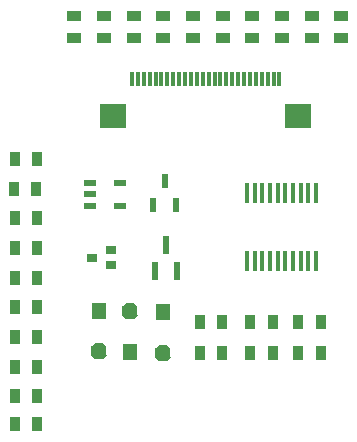
<source format=gtp>
G04*
G04 #@! TF.GenerationSoftware,Altium Limited,Altium Designer,20.0.9 (164)*
G04*
G04 Layer_Color=8421504*
%FSLAX25Y25*%
%MOIN*%
G70*
G01*
G75*
%ADD17R,0.08661X0.07874*%
%ADD18R,0.01181X0.04724*%
%ADD19R,0.03543X0.03150*%
%ADD20R,0.02362X0.05118*%
%ADD21R,0.02362X0.06299*%
%ADD22R,0.03937X0.02362*%
%ADD23R,0.03500X0.05000*%
%ADD24O,0.01433X0.06858*%
G04:AMPARAMS|DCode=25|XSize=55mil|YSize=50mil|CornerRadius=0mil|HoleSize=0mil|Usage=FLASHONLY|Rotation=270.000|XOffset=0mil|YOffset=0mil|HoleType=Round|Shape=Octagon|*
%AMOCTAGOND25*
4,1,8,-0.01250,-0.02750,0.01250,-0.02750,0.02500,-0.01500,0.02500,0.01500,0.01250,0.02750,-0.01250,0.02750,-0.02500,0.01500,-0.02500,-0.01500,-0.01250,-0.02750,0.0*
%
%ADD25OCTAGOND25*%

%ADD26R,0.05000X0.05500*%
%ADD27R,0.05000X0.03500*%
D17*
X364102Y454599D02*
D03*
X302291D02*
D03*
D18*
X357803Y467006D02*
D03*
X355834D02*
D03*
X353866D02*
D03*
X351897D02*
D03*
X349929D02*
D03*
X347960D02*
D03*
X346000Y467000D02*
D03*
X344039Y466994D02*
D03*
X342063Y467000D02*
D03*
X340094D02*
D03*
X338126D02*
D03*
X336157D02*
D03*
X334189D02*
D03*
X332220D02*
D03*
X330252D02*
D03*
X328283D02*
D03*
X326315D02*
D03*
X324346D02*
D03*
X322378D02*
D03*
X320409D02*
D03*
X318441D02*
D03*
X316472D02*
D03*
X314504D02*
D03*
X312535D02*
D03*
X310567D02*
D03*
X308590D02*
D03*
D19*
X301500Y404882D02*
D03*
Y410000D02*
D03*
X295201Y407441D02*
D03*
D20*
X319500Y433134D02*
D03*
X323240Y424866D02*
D03*
X315760D02*
D03*
D21*
X316260Y402839D02*
D03*
X323740D02*
D03*
X320000Y411500D02*
D03*
D22*
X304736Y432239D02*
D03*
X304736Y424759D02*
D03*
X294500Y424760D02*
D03*
X294500Y428500D02*
D03*
X294500Y432240D02*
D03*
D23*
X338740Y386000D02*
D03*
X331260D02*
D03*
X338740Y375500D02*
D03*
X331260D02*
D03*
X269519Y440250D02*
D03*
X276999D02*
D03*
X277000Y420500D02*
D03*
X269520D02*
D03*
X269519Y410625D02*
D03*
X276999D02*
D03*
X269519Y400750D02*
D03*
X276999D02*
D03*
X269519Y390875D02*
D03*
X276999D02*
D03*
X277000Y381000D02*
D03*
X269520D02*
D03*
X269519Y371125D02*
D03*
X276999D02*
D03*
X277000Y361250D02*
D03*
X269520D02*
D03*
X277000Y352000D02*
D03*
X269520D02*
D03*
X355500Y375500D02*
D03*
X348020D02*
D03*
X355500Y386000D02*
D03*
X348020D02*
D03*
X371480D02*
D03*
X364000D02*
D03*
X276707Y430175D02*
D03*
X269227D02*
D03*
X364000Y375500D02*
D03*
X371480D02*
D03*
D24*
X346941Y406394D02*
D03*
X349500D02*
D03*
X352059D02*
D03*
X354618D02*
D03*
X357177D02*
D03*
X359736D02*
D03*
X362295D02*
D03*
X364854D02*
D03*
X367413D02*
D03*
X369972D02*
D03*
X346941Y429000D02*
D03*
X349500D02*
D03*
X352059D02*
D03*
X354618D02*
D03*
X357177D02*
D03*
X359736D02*
D03*
X362295D02*
D03*
X364854D02*
D03*
X367413D02*
D03*
X369972D02*
D03*
D25*
X319000Y375750D02*
D03*
X308000Y389500D02*
D03*
X297500Y376250D02*
D03*
D26*
X319000Y389250D02*
D03*
X308000Y376000D02*
D03*
X297500Y389750D02*
D03*
D27*
X289444Y487980D02*
D03*
Y480500D02*
D03*
X299333Y487980D02*
D03*
Y480500D02*
D03*
X309222Y487980D02*
D03*
Y480500D02*
D03*
X319111Y487980D02*
D03*
Y480500D02*
D03*
X329000Y487980D02*
D03*
Y480500D02*
D03*
X338889Y487980D02*
D03*
Y480500D02*
D03*
X348778Y487980D02*
D03*
Y480500D02*
D03*
X358667Y487980D02*
D03*
Y480500D02*
D03*
X368555Y487980D02*
D03*
Y480500D02*
D03*
X378444Y487980D02*
D03*
Y480500D02*
D03*
M02*

</source>
